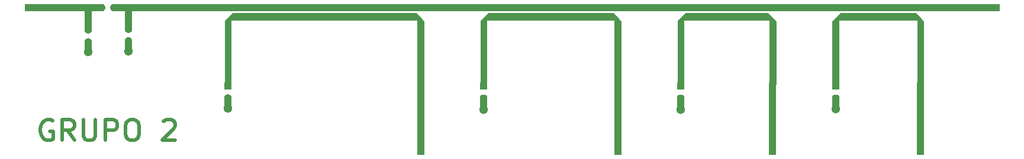
<source format=gbr>
%TF.GenerationSoftware,KiCad,Pcbnew,7.0.8-7.0.8~ubuntu22.04.1*%
%TF.CreationDate,2023-10-11T13:02:26-03:00*%
%TF.ProjectId,combinador,636f6d62-696e-4616-946f-722e6b696361,rev?*%
%TF.SameCoordinates,Original*%
%TF.FileFunction,Copper,L1,Top*%
%TF.FilePolarity,Positive*%
%FSLAX46Y46*%
G04 Gerber Fmt 4.6, Leading zero omitted, Abs format (unit mm)*
G04 Created by KiCad (PCBNEW 7.0.8-7.0.8~ubuntu22.04.1) date 2023-10-11 13:02:26*
%MOMM*%
%LPD*%
G01*
G04 APERTURE LIST*
G04 Aperture macros list*
%AMRoundRect*
0 Rectangle with rounded corners*
0 $1 Rounding radius*
0 $2 $3 $4 $5 $6 $7 $8 $9 X,Y pos of 4 corners*
0 Add a 4 corners polygon primitive as box body*
4,1,4,$2,$3,$4,$5,$6,$7,$8,$9,$2,$3,0*
0 Add four circle primitives for the rounded corners*
1,1,$1+$1,$2,$3*
1,1,$1+$1,$4,$5*
1,1,$1+$1,$6,$7*
1,1,$1+$1,$8,$9*
0 Add four rect primitives between the rounded corners*
20,1,$1+$1,$2,$3,$4,$5,0*
20,1,$1+$1,$4,$5,$6,$7,0*
20,1,$1+$1,$6,$7,$8,$9,0*
20,1,$1+$1,$8,$9,$2,$3,0*%
G04 Aperture macros list end*
%ADD10C,0.500000*%
%TA.AperFunction,NonConductor*%
%ADD11C,0.500000*%
%TD*%
%TA.AperFunction,EtchedComponent*%
%ADD12C,0.100000*%
%TD*%
%TA.AperFunction,SMDPad,CuDef*%
%ADD13RoundRect,0.200000X-0.275000X0.200000X-0.275000X-0.200000X0.275000X-0.200000X0.275000X0.200000X0*%
%TD*%
%TA.AperFunction,SMDPad,CuDef*%
%ADD14R,4.500000X1.000000*%
%TD*%
%TA.AperFunction,SMDPad,CuDef*%
%ADD15R,1.000000X1.000000*%
%TD*%
%TA.AperFunction,SMDPad,CuDef*%
%ADD16R,1.000000X4.500000*%
%TD*%
%TA.AperFunction,SMDPad,CuDef*%
%ADD17RoundRect,0.200000X-0.200000X-0.275000X0.200000X-0.275000X0.200000X0.275000X-0.200000X0.275000X0*%
%TD*%
%TA.AperFunction,ViaPad*%
%ADD18C,1.300000*%
%TD*%
%TA.AperFunction,Conductor*%
%ADD19C,1.000000*%
%TD*%
G04 APERTURE END LIST*
D10*
D11*
X74114661Y-107249714D02*
X73828947Y-107106857D01*
X73828947Y-107106857D02*
X73400375Y-107106857D01*
X73400375Y-107106857D02*
X72971804Y-107249714D01*
X72971804Y-107249714D02*
X72686089Y-107535428D01*
X72686089Y-107535428D02*
X72543232Y-107821142D01*
X72543232Y-107821142D02*
X72400375Y-108392571D01*
X72400375Y-108392571D02*
X72400375Y-108821142D01*
X72400375Y-108821142D02*
X72543232Y-109392571D01*
X72543232Y-109392571D02*
X72686089Y-109678285D01*
X72686089Y-109678285D02*
X72971804Y-109964000D01*
X72971804Y-109964000D02*
X73400375Y-110106857D01*
X73400375Y-110106857D02*
X73686089Y-110106857D01*
X73686089Y-110106857D02*
X74114661Y-109964000D01*
X74114661Y-109964000D02*
X74257518Y-109821142D01*
X74257518Y-109821142D02*
X74257518Y-108821142D01*
X74257518Y-108821142D02*
X73686089Y-108821142D01*
X77257518Y-110106857D02*
X76257518Y-108678285D01*
X75543232Y-110106857D02*
X75543232Y-107106857D01*
X75543232Y-107106857D02*
X76686089Y-107106857D01*
X76686089Y-107106857D02*
X76971804Y-107249714D01*
X76971804Y-107249714D02*
X77114661Y-107392571D01*
X77114661Y-107392571D02*
X77257518Y-107678285D01*
X77257518Y-107678285D02*
X77257518Y-108106857D01*
X77257518Y-108106857D02*
X77114661Y-108392571D01*
X77114661Y-108392571D02*
X76971804Y-108535428D01*
X76971804Y-108535428D02*
X76686089Y-108678285D01*
X76686089Y-108678285D02*
X75543232Y-108678285D01*
X78543232Y-107106857D02*
X78543232Y-109535428D01*
X78543232Y-109535428D02*
X78686089Y-109821142D01*
X78686089Y-109821142D02*
X78828947Y-109964000D01*
X78828947Y-109964000D02*
X79114661Y-110106857D01*
X79114661Y-110106857D02*
X79686089Y-110106857D01*
X79686089Y-110106857D02*
X79971804Y-109964000D01*
X79971804Y-109964000D02*
X80114661Y-109821142D01*
X80114661Y-109821142D02*
X80257518Y-109535428D01*
X80257518Y-109535428D02*
X80257518Y-107106857D01*
X81686089Y-110106857D02*
X81686089Y-107106857D01*
X81686089Y-107106857D02*
X82828946Y-107106857D01*
X82828946Y-107106857D02*
X83114661Y-107249714D01*
X83114661Y-107249714D02*
X83257518Y-107392571D01*
X83257518Y-107392571D02*
X83400375Y-107678285D01*
X83400375Y-107678285D02*
X83400375Y-108106857D01*
X83400375Y-108106857D02*
X83257518Y-108392571D01*
X83257518Y-108392571D02*
X83114661Y-108535428D01*
X83114661Y-108535428D02*
X82828946Y-108678285D01*
X82828946Y-108678285D02*
X81686089Y-108678285D01*
X85257518Y-107106857D02*
X85828946Y-107106857D01*
X85828946Y-107106857D02*
X86114661Y-107249714D01*
X86114661Y-107249714D02*
X86400375Y-107535428D01*
X86400375Y-107535428D02*
X86543232Y-108106857D01*
X86543232Y-108106857D02*
X86543232Y-109106857D01*
X86543232Y-109106857D02*
X86400375Y-109678285D01*
X86400375Y-109678285D02*
X86114661Y-109964000D01*
X86114661Y-109964000D02*
X85828946Y-110106857D01*
X85828946Y-110106857D02*
X85257518Y-110106857D01*
X85257518Y-110106857D02*
X84971804Y-109964000D01*
X84971804Y-109964000D02*
X84686089Y-109678285D01*
X84686089Y-109678285D02*
X84543232Y-109106857D01*
X84543232Y-109106857D02*
X84543232Y-108106857D01*
X84543232Y-108106857D02*
X84686089Y-107535428D01*
X84686089Y-107535428D02*
X84971804Y-107249714D01*
X84971804Y-107249714D02*
X85257518Y-107106857D01*
X89971803Y-107392571D02*
X90114660Y-107249714D01*
X90114660Y-107249714D02*
X90400375Y-107106857D01*
X90400375Y-107106857D02*
X91114660Y-107106857D01*
X91114660Y-107106857D02*
X91400375Y-107249714D01*
X91400375Y-107249714D02*
X91543232Y-107392571D01*
X91543232Y-107392571D02*
X91686089Y-107678285D01*
X91686089Y-107678285D02*
X91686089Y-107964000D01*
X91686089Y-107964000D02*
X91543232Y-108392571D01*
X91543232Y-108392571D02*
X89828946Y-110106857D01*
X89828946Y-110106857D02*
X91686089Y-110106857D01*
D12*
%TO.C,U2*%
X134420000Y-90550000D02*
X156290000Y-90550000D01*
X156290000Y-90550000D02*
X156290000Y-91450000D01*
X156290000Y-91450000D02*
X134420000Y-91450000D01*
X134420000Y-91450000D02*
X134420000Y-90550000D01*
G36*
X134420000Y-90550000D02*
G01*
X156290000Y-90550000D01*
X156290000Y-91450000D01*
X134420000Y-91450000D01*
X134420000Y-90550000D01*
G37*
X135340000Y-93020000D02*
X136240000Y-93020000D01*
X136240000Y-93020000D02*
X136240000Y-102020000D01*
X136240000Y-102020000D02*
X135340000Y-102020000D01*
X135340000Y-102020000D02*
X135340000Y-93020000D01*
G36*
X135340000Y-93020000D02*
G01*
X136240000Y-93020000D01*
X136240000Y-102020000D01*
X135340000Y-102020000D01*
X135340000Y-93020000D01*
G37*
X136460000Y-91800000D02*
X154300000Y-91800000D01*
X154300000Y-91800000D02*
X154300000Y-92800000D01*
X154300000Y-92800000D02*
X136460000Y-92800000D01*
X136460000Y-92800000D02*
X136460000Y-91800000D01*
G36*
X136460000Y-91800000D02*
G01*
X154300000Y-91800000D01*
X154300000Y-92800000D01*
X136460000Y-92800000D01*
X136460000Y-91800000D01*
G37*
X155420000Y-93020000D02*
X154520000Y-93020000D01*
X154520000Y-93020000D02*
X154520000Y-102020000D01*
X154520000Y-102020000D02*
X155420000Y-102020000D01*
X155420000Y-102020000D02*
X155420000Y-93020000D01*
G36*
X155420000Y-93020000D02*
G01*
X154520000Y-93020000D01*
X154520000Y-102020000D01*
X155420000Y-102020000D01*
X155420000Y-93020000D01*
G37*
X136460000Y-92800000D02*
X136240000Y-92800000D01*
X136240000Y-93020000D01*
X135340000Y-93020000D01*
X136460000Y-91800000D01*
X136460000Y-92800000D01*
%TA.AperFunction,EtchedComponent*%
G36*
X136460000Y-92800000D02*
G01*
X136240000Y-92800000D01*
X136240000Y-93020000D01*
X135340000Y-93020000D01*
X136460000Y-91800000D01*
X136460000Y-92800000D01*
G37*
%TD.AperFunction*%
X155420000Y-93020000D02*
X154520000Y-93020000D01*
X154520000Y-92800000D01*
X154300000Y-92800000D01*
X154300000Y-91800000D01*
X155420000Y-93020000D01*
%TA.AperFunction,EtchedComponent*%
G36*
X155420000Y-93020000D02*
G01*
X154520000Y-93020000D01*
X154520000Y-92800000D01*
X154300000Y-92800000D01*
X154300000Y-91800000D01*
X155420000Y-93020000D01*
G37*
%TD.AperFunction*%
%TO.C,U4*%
X184580000Y-90550000D02*
X200270000Y-90550000D01*
X200270000Y-90550000D02*
X200270000Y-91450000D01*
X200270000Y-91450000D02*
X184580000Y-91450000D01*
X184580000Y-91450000D02*
X184580000Y-90550000D01*
G36*
X184580000Y-90550000D02*
G01*
X200270000Y-90550000D01*
X200270000Y-91450000D01*
X184580000Y-91450000D01*
X184580000Y-90550000D01*
G37*
X185690000Y-93020000D02*
X186590000Y-93020000D01*
X186590000Y-93020000D02*
X186590000Y-102020000D01*
X186590000Y-102020000D02*
X185690000Y-102020000D01*
X185690000Y-102020000D02*
X185690000Y-93020000D01*
G36*
X185690000Y-93020000D02*
G01*
X186590000Y-93020000D01*
X186590000Y-102020000D01*
X185690000Y-102020000D01*
X185690000Y-93020000D01*
G37*
X186810000Y-91800000D02*
X197610000Y-91800000D01*
X197610000Y-91800000D02*
X197610000Y-92800000D01*
X197610000Y-92800000D02*
X186810000Y-92800000D01*
X186810000Y-92800000D02*
X186810000Y-91800000D01*
G36*
X186810000Y-91800000D02*
G01*
X197610000Y-91800000D01*
X197610000Y-92800000D01*
X186810000Y-92800000D01*
X186810000Y-91800000D01*
G37*
X198730000Y-93020000D02*
X197830000Y-93020000D01*
X197830000Y-93020000D02*
X197830000Y-102020000D01*
X197830000Y-102020000D02*
X198730000Y-102020000D01*
X198730000Y-102020000D02*
X198730000Y-93020000D01*
G36*
X198730000Y-93020000D02*
G01*
X197830000Y-93020000D01*
X197830000Y-102020000D01*
X198730000Y-102020000D01*
X198730000Y-93020000D01*
G37*
X186810000Y-92800000D02*
X186590000Y-92800000D01*
X186590000Y-93020000D01*
X185690000Y-93020000D01*
X186810000Y-91800000D01*
X186810000Y-92800000D01*
%TA.AperFunction,EtchedComponent*%
G36*
X186810000Y-92800000D02*
G01*
X186590000Y-92800000D01*
X186590000Y-93020000D01*
X185690000Y-93020000D01*
X186810000Y-91800000D01*
X186810000Y-92800000D01*
G37*
%TD.AperFunction*%
X198730000Y-93020000D02*
X197830000Y-93020000D01*
X197830000Y-92800000D01*
X197610000Y-92800000D01*
X197610000Y-91800000D01*
X198730000Y-93020000D01*
%TA.AperFunction,EtchedComponent*%
G36*
X198730000Y-93020000D02*
G01*
X197830000Y-93020000D01*
X197830000Y-92800000D01*
X197610000Y-92800000D01*
X197610000Y-91800000D01*
X198730000Y-93020000D01*
G37*
%TD.AperFunction*%
%TO.C,U3*%
X162650000Y-90550000D02*
X178620000Y-90550000D01*
X178620000Y-90550000D02*
X178620000Y-91450000D01*
X178620000Y-91450000D02*
X162650000Y-91450000D01*
X162650000Y-91450000D02*
X162650000Y-90550000D01*
G36*
X162650000Y-90550000D02*
G01*
X178620000Y-90550000D01*
X178620000Y-91450000D01*
X162650000Y-91450000D01*
X162650000Y-90550000D01*
G37*
X163540000Y-93020000D02*
X164440000Y-93020000D01*
X164440000Y-93020000D02*
X164440000Y-102020000D01*
X164440000Y-102020000D02*
X163540000Y-102020000D01*
X163540000Y-102020000D02*
X163540000Y-93020000D01*
G36*
X163540000Y-93020000D02*
G01*
X164440000Y-93020000D01*
X164440000Y-102020000D01*
X163540000Y-102020000D01*
X163540000Y-93020000D01*
G37*
X164660000Y-91800000D02*
X176460000Y-91800000D01*
X176460000Y-91800000D02*
X176460000Y-92800000D01*
X176460000Y-92800000D02*
X164660000Y-92800000D01*
X164660000Y-92800000D02*
X164660000Y-91800000D01*
G36*
X164660000Y-91800000D02*
G01*
X176460000Y-91800000D01*
X176460000Y-92800000D01*
X164660000Y-92800000D01*
X164660000Y-91800000D01*
G37*
X177580000Y-93020000D02*
X176680000Y-93020000D01*
X176680000Y-93020000D02*
X176680000Y-102020000D01*
X176680000Y-102020000D02*
X177580000Y-102020000D01*
X177580000Y-102020000D02*
X177580000Y-93020000D01*
G36*
X177580000Y-93020000D02*
G01*
X176680000Y-93020000D01*
X176680000Y-102020000D01*
X177580000Y-102020000D01*
X177580000Y-93020000D01*
G37*
X164660000Y-92800000D02*
X164440000Y-92800000D01*
X164440000Y-93020000D01*
X163540000Y-93020000D01*
X164660000Y-91800000D01*
X164660000Y-92800000D01*
%TA.AperFunction,EtchedComponent*%
G36*
X164660000Y-92800000D02*
G01*
X164440000Y-92800000D01*
X164440000Y-93020000D01*
X163540000Y-93020000D01*
X164660000Y-91800000D01*
X164660000Y-92800000D01*
G37*
%TD.AperFunction*%
X177580000Y-93020000D02*
X176680000Y-93020000D01*
X176680000Y-92800000D01*
X176460000Y-92800000D01*
X176460000Y-91800000D01*
X177580000Y-93020000D01*
%TA.AperFunction,EtchedComponent*%
G36*
X177580000Y-93020000D02*
G01*
X176680000Y-93020000D01*
X176680000Y-92800000D01*
X176460000Y-92800000D01*
X176460000Y-91800000D01*
X177580000Y-93020000D01*
G37*
%TD.AperFunction*%
%TO.C,U1*%
X98150000Y-90550000D02*
X128090000Y-90550000D01*
X128090000Y-90550000D02*
X128090000Y-91450000D01*
X128090000Y-91450000D02*
X98150000Y-91450000D01*
X98150000Y-91450000D02*
X98150000Y-90550000D01*
G36*
X98150000Y-90550000D02*
G01*
X128090000Y-90550000D01*
X128090000Y-91450000D01*
X98150000Y-91450000D01*
X98150000Y-90550000D01*
G37*
X98760000Y-93020000D02*
X99660000Y-93020000D01*
X99660000Y-93020000D02*
X99660000Y-102020000D01*
X99660000Y-102020000D02*
X98760000Y-102020000D01*
X98760000Y-102020000D02*
X98760000Y-93020000D01*
G36*
X98760000Y-93020000D02*
G01*
X99660000Y-93020000D01*
X99660000Y-102020000D01*
X98760000Y-102020000D01*
X98760000Y-93020000D01*
G37*
X99880000Y-91800000D02*
X126120000Y-91800000D01*
X126120000Y-91800000D02*
X126120000Y-92800000D01*
X126120000Y-92800000D02*
X99880000Y-92800000D01*
X99880000Y-92800000D02*
X99880000Y-91800000D01*
G36*
X99880000Y-91800000D02*
G01*
X126120000Y-91800000D01*
X126120000Y-92800000D01*
X99880000Y-92800000D01*
X99880000Y-91800000D01*
G37*
X127240000Y-93020000D02*
X126340000Y-93020000D01*
X126340000Y-93020000D02*
X126340000Y-102020000D01*
X126340000Y-102020000D02*
X127240000Y-102020000D01*
X127240000Y-102020000D02*
X127240000Y-93020000D01*
G36*
X127240000Y-93020000D02*
G01*
X126340000Y-93020000D01*
X126340000Y-102020000D01*
X127240000Y-102020000D01*
X127240000Y-93020000D01*
G37*
X99880000Y-92800000D02*
X99660000Y-92800000D01*
X99660000Y-93020000D01*
X98760000Y-93020000D01*
X99880000Y-91800000D01*
X99880000Y-92800000D01*
%TA.AperFunction,EtchedComponent*%
G36*
X99880000Y-92800000D02*
G01*
X99660000Y-92800000D01*
X99660000Y-93020000D01*
X98760000Y-93020000D01*
X99880000Y-91800000D01*
X99880000Y-92800000D01*
G37*
%TD.AperFunction*%
X127240000Y-93020000D02*
X126340000Y-93020000D01*
X126340000Y-92800000D01*
X126120000Y-92800000D01*
X126120000Y-91800000D01*
X127240000Y-93020000D01*
%TA.AperFunction,EtchedComponent*%
G36*
X127240000Y-93020000D02*
G01*
X126340000Y-93020000D01*
X126340000Y-92800000D01*
X126120000Y-92800000D01*
X126120000Y-91800000D01*
X127240000Y-93020000D01*
G37*
%TD.AperFunction*%
%TD*%
D13*
%TO.P,R1,1*%
%TO.N,Net-(J1-In)*%
X79200000Y-94275000D03*
%TO.P,R1,2*%
%TO.N,GND*%
X79200000Y-95925000D03*
%TD*%
D14*
%TO.P,J6,1,In*%
%TO.N,Net-(J6-In)*%
X207380000Y-91000000D03*
%TD*%
D15*
%TO.P,U2,1*%
%TO.N,Net-(U1-Pad3)*%
X134340000Y-91000000D03*
%TO.P,U2,2*%
%TO.N,Net-(R5-Pad1)*%
X135790000Y-102300000D03*
%TO.P,U2,3*%
%TO.N,Net-(U2-Pad3)*%
X156420000Y-91000000D03*
%TO.P,U2,4*%
%TO.N,Net-(J3-In)*%
X154970000Y-102300000D03*
%TD*%
%TO.P,U4,1*%
%TO.N,Net-(U3-Pad3)*%
X184690000Y-91000000D03*
%TO.P,U4,2*%
%TO.N,Net-(R7-Pad1)*%
X186140000Y-102300000D03*
%TO.P,U4,3*%
%TO.N,Net-(J6-In)*%
X199730000Y-91000000D03*
%TO.P,U4,4*%
%TO.N,Net-(J5-In)*%
X198280000Y-102300000D03*
%TD*%
D13*
%TO.P,R6,1*%
%TO.N,Net-(R6-Pad1)*%
X164000000Y-102375000D03*
%TO.P,R6,2*%
%TO.N,GND*%
X164000000Y-104025000D03*
%TD*%
D15*
%TO.P,U3,1*%
%TO.N,Net-(U2-Pad3)*%
X162540000Y-91000000D03*
%TO.P,U3,2*%
%TO.N,Net-(R6-Pad1)*%
X163990000Y-102300000D03*
%TO.P,U3,3*%
%TO.N,Net-(U3-Pad3)*%
X178580000Y-91000000D03*
%TO.P,U3,4*%
%TO.N,Net-(J4-In)*%
X177130000Y-102300000D03*
%TD*%
D16*
%TO.P,J3,1,In*%
%TO.N,Net-(J3-In)*%
X154975000Y-110000000D03*
%TD*%
D17*
%TO.P,R2,1*%
%TO.N,Net-(J1-In)*%
X81175000Y-91000000D03*
%TO.P,R2,2*%
%TO.N,Net-(R2-Pad2)*%
X82825000Y-91000000D03*
%TD*%
D16*
%TO.P,J2,1,In*%
%TO.N,Net-(J2-In)*%
X126800000Y-110000000D03*
%TD*%
D13*
%TO.P,R7,1*%
%TO.N,Net-(R7-Pad1)*%
X186140000Y-102375000D03*
%TO.P,R7,2*%
%TO.N,GND*%
X186140000Y-104025000D03*
%TD*%
D15*
%TO.P,U1,1*%
%TO.N,Net-(R2-Pad2)*%
X97760000Y-91000000D03*
%TO.P,U1,2*%
%TO.N,Net-(R4-Pad1)*%
X99210000Y-102300000D03*
%TO.P,U1,3*%
%TO.N,Net-(U1-Pad3)*%
X128240000Y-91000000D03*
%TO.P,U1,4*%
%TO.N,Net-(J2-In)*%
X126790000Y-102300000D03*
%TD*%
D13*
%TO.P,R5,1*%
%TO.N,Net-(R5-Pad1)*%
X135790000Y-102375000D03*
%TO.P,R5,2*%
%TO.N,GND*%
X135790000Y-104025000D03*
%TD*%
D16*
%TO.P,J5,1,In*%
%TO.N,Net-(J5-In)*%
X198280000Y-110000000D03*
%TD*%
D13*
%TO.P,R3,1*%
%TO.N,Net-(R2-Pad2)*%
X85000000Y-94175000D03*
%TO.P,R3,2*%
%TO.N,GND*%
X85000000Y-95825000D03*
%TD*%
%TO.P,R4,1*%
%TO.N,Net-(R4-Pad1)*%
X99210000Y-102375000D03*
%TO.P,R4,2*%
%TO.N,GND*%
X99210000Y-104025000D03*
%TD*%
D14*
%TO.P,J1,1,In*%
%TO.N,Net-(J1-In)*%
X72350000Y-91000000D03*
%TD*%
D16*
%TO.P,J4,1,In*%
%TO.N,Net-(J4-In)*%
X177125000Y-110000000D03*
%TD*%
D18*
%TO.N,GND*%
X186150000Y-105575000D03*
X79200000Y-97400000D03*
X164000000Y-105675000D03*
X85000000Y-97275000D03*
X135800000Y-105675000D03*
X99200000Y-105475000D03*
%TD*%
D19*
%TO.N,GND*%
X186150000Y-104100000D02*
X186150000Y-105575000D01*
X99200000Y-105475000D02*
X99200000Y-105075000D01*
X135800000Y-105675000D02*
X135800000Y-105275000D01*
X135800000Y-104200000D02*
X135800000Y-105675000D01*
X85000000Y-97275000D02*
X85000000Y-96875000D01*
X186150000Y-105575000D02*
X186150000Y-105175000D01*
X79200000Y-97400000D02*
X79200000Y-97000000D01*
X85000000Y-95800000D02*
X85000000Y-97275000D01*
X164000000Y-105675000D02*
X164000000Y-105275000D01*
X79200000Y-95925000D02*
X79200000Y-97400000D01*
X164000000Y-104200000D02*
X164000000Y-105675000D01*
X99200000Y-104000000D02*
X99200000Y-105475000D01*
%TO.N,Net-(J2-In)*%
X126790000Y-108020000D02*
X126790000Y-102020000D01*
%TO.N,Net-(J3-In)*%
X154970000Y-108020000D02*
X154970000Y-102020000D01*
%TO.N,Net-(J4-In)*%
X177130000Y-108020000D02*
X177130000Y-102020000D01*
%TO.N,Net-(J5-In)*%
X198280000Y-108020000D02*
X198280000Y-102020000D01*
%TO.N,Net-(R2-Pad2)*%
X85000000Y-94175000D02*
X85000000Y-91000000D01*
X98150000Y-91000000D02*
X85000000Y-91000000D01*
X85000000Y-91000000D02*
X82825000Y-91000000D01*
%TO.N,Net-(U1-Pad3)*%
X128000000Y-91000000D02*
X134000000Y-91000000D01*
%TO.N,Net-(U2-Pad3)*%
X156650000Y-91000000D02*
X162650000Y-91000000D01*
%TO.N,Net-(U3-Pad3)*%
X178580000Y-91000000D02*
X184580000Y-91000000D01*
%TO.N,Net-(J1-In)*%
X79200000Y-91200000D02*
X79000000Y-91000000D01*
X81175000Y-91000000D02*
X79000000Y-91000000D01*
X79200000Y-94275000D02*
X79200000Y-91200000D01*
X79000000Y-91000000D02*
X74500000Y-91000000D01*
%TO.N,Net-(J6-In)*%
X206270000Y-91000000D02*
X200270000Y-91000000D01*
%TD*%
M02*

</source>
